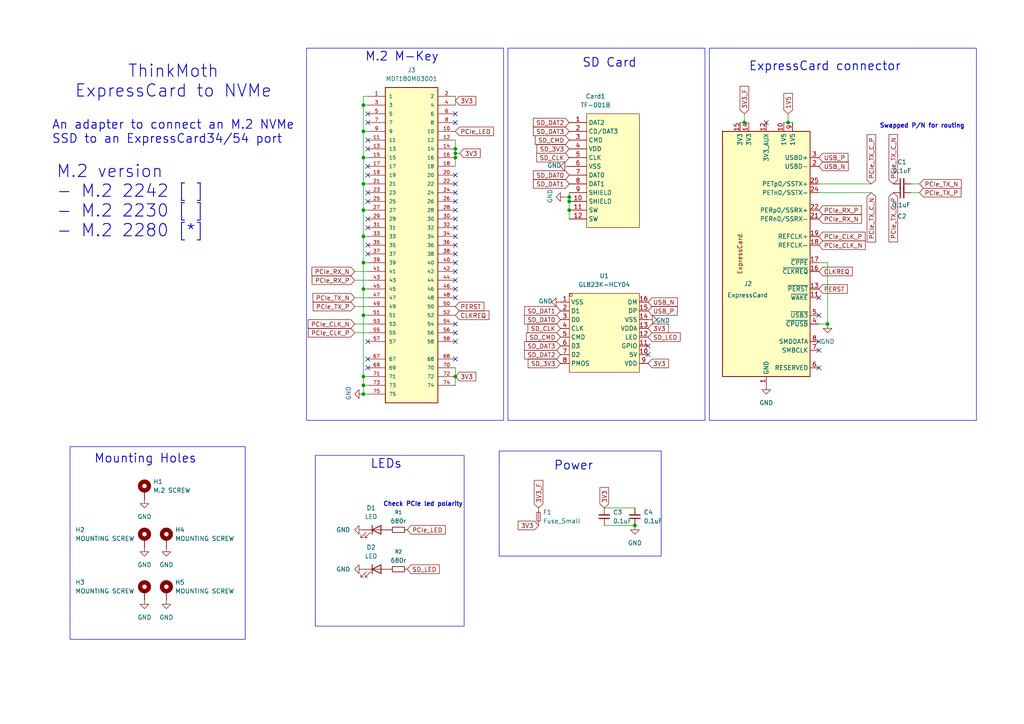
<source format=kicad_sch>
(kicad_sch (version 20250114) (generator "eeschema") (generator_version "9.0")
  (paper "A4")
  (title_block (title "ThinkMoth M.2 2242") (rev "V1.0") (company "Mothtek"))
  (lib_symbols
    (symbol "Connector:ExpressCard"
      (property "Reference" "J" (at 11.43 36.83 0))
      (property "Value" "ExpressCard" (at 7.62 -36.83 0))
      (symbol "ExpressCard_0_0"
        (text "ExpressCard" (at -7.62 0 900) (effects (font (size 1.27 1.27))))
      )
      (symbol "ExpressCard_0_1"
        (rectangle (start -12.7 35.56) (end 12.7 -35.56) (stroke (width 0.254)) (fill (type background)))
      )
      (symbol "ExpressCard_1_1"
        (pin power_out line (at -7.62 38.1 270) (length 2.54) (name "3V3") (number "15"))
        (pin power_out line (at -5.08 38.1 270) (length 2.54) (name "3V3") (number "14"))
        (pin power_out line (at 0 38.1 270) (length 2.54) (name "3V3_AUX") (number "12"))
        (pin power_out line (at 0 -38.1 90) (length 2.54) (name "GND") (number "1"))
        (pin passive line (at 0 -38.1 90) (length 2.54) (hide yes) (name "GND") (number "20"))
        (pin passive line (at 0 -38.1 90) (length 2.54) (hide yes) (name "GND") (number "23"))
        (pin passive line (at 0 -38.1 90) (length 2.54) (hide yes) (name "GND") (number "26"))
        (pin power_out line (at 5.08 38.1 270) (length 2.54) (name "1V5") (number "10"))
        (pin power_out line (at 7.62 38.1 270) (length 2.54) (name "1V5") (number "9"))
        (pin bidirectional line (at 15.24 27.94 180) (length 2.54) (name "USBD+") (number "3"))
        (pin bidirectional line (at 15.24 25.4 180) (length 2.54) (name "USBD-") (number "2"))
        (pin output line (at 15.24 20.32 180) (length 2.54) (name "PETp0/SSTX+") (number "25"))
        (pin output line (at 15.24 17.78 180) (length 2.54) (name "PETn0/SSTX-") (number "24"))
        (pin input line (at 15.24 12.7 180) (length 2.54) (name "PERp0/SSRX+") (number "22"))
        (pin input line (at 15.24 10.16 180) (length 2.54) (name "PERn0/SSRX-") (number "21"))
        (pin output line (at 15.24 5.08 180) (length 2.54) (name "REFCLK+") (number "19"))
        (pin output line (at 15.24 2.54 180) (length 2.54) (name "REFCLK-") (number "18"))
        (pin input line (at 15.24 -2.54 180) (length 2.54) (name "~{CPPE}") (number "17"))
        (pin input line (at 15.24 -5.08 180) (length 2.54) (name "~{CLKREQ}") (number "16"))
        (pin output line (at 15.24 -10.16 180) (length 2.54) (name "~{PERST}") (number "13"))
        (pin input line (at 15.24 -12.7 180) (length 2.54) (name "~{WAKE}") (number "11"))
        (pin bidirectional line (at 15.24 -17.78 180) (length 2.54) (name "~{USB3}") (number "5"))
        (pin input line (at 15.24 -20.32 180) (length 2.54) (name "~{CPUSB}") (number "4"))
        (pin bidirectional line (at 15.24 -25.4 180) (length 2.54) (name "SMDDATA") (number "8"))
        (pin output line (at 15.24 -27.94 180) (length 2.54) (name "SMBCLK") (number "7"))
        (pin passive line (at 15.24 -33.02 180) (length 2.54) (name "RESERVED") (number "6"))
      )
    )
    (symbol "Device:C_Small" (pin_numbers (hide yes)) (pin_names (offset 0.254) (hide yes))
      (property "Reference" "C" (at 0.254 1.778 0))
      (property "Value" "C_Small" (at 0.254 -2.032 0))
      (symbol "C_Small_0_1"
        (polyline (pts (xy -1.524 0.508) (xy 1.524 0.508)) (stroke (width 0.3048)))
        (polyline (pts (xy -1.524 -0.508) (xy 1.524 -0.508)) (stroke (width 0.3302)))
      )
      (symbol "C_Small_1_1"
        (pin passive line (at 0 2.54 270) (length 2.032) (name "~") (number "1"))
        (pin passive line (at 0 -2.54 90) (length 2.032) (name "~") (number "2"))
      )
    )
    (symbol "Device:Fuse_Small" (pin_numbers (hide yes)) (pin_names (offset 0.254) (hide yes))
      (property "Reference" "F" (at 0 -1.524 0))
      (property "Value" "Fuse_Small" (at 0 1.524 0))
      (symbol "Fuse_Small_0_1"
        (rectangle (start -1.27 0.508) (end 1.27 -0.508))
        (polyline (pts (xy -1.27 0) (xy 1.27 0)))
      )
      (symbol "Fuse_Small_1_1"
        (pin passive line (at -2.54 0 0) (length 1.27) (name "~") (number "1"))
        (pin passive line (at 2.54 0 180) (length 1.27) (name "~") (number "2"))
      )
    )
    (symbol "Device:LED" (pin_numbers (hide yes)) (pin_names (offset 1.016) (hide yes))
      (property "Reference" "D" (at 0 2.54 0))
      (property "Value" "LED" (at 0 -2.54 0))
      (symbol "LED_0_1"
        (polyline (pts (xy -3.048 -0.762) (xy -4.572 -2.286) (xy -3.81 -2.286) (xy -4.572 -2.286) (xy -4.572 -1.524)))
        (polyline (pts (xy -1.778 -0.762) (xy -3.302 -2.286) (xy -2.54 -2.286) (xy -3.302 -2.286) (xy -3.302 -1.524)))
        (polyline (pts (xy -1.27 0) (xy 1.27 0)))
        (polyline (pts (xy -1.27 -1.27) (xy -1.27 1.27)) (stroke (width 0.254)))
        (polyline (pts (xy 1.27 -1.27) (xy 1.27 1.27) (xy -1.27 0) (xy 1.27 -1.27)) (stroke (width 0.254)))
      )
      (symbol "LED_1_1"
        (pin passive line (at -3.81 0 0) (length 2.54) (name "K") (number "1"))
        (pin passive line (at 3.81 0 180) (length 2.54) (name "A") (number "2"))
      )
    )
    (symbol "Device:R_Small" (pin_numbers (hide yes)) (pin_names (offset 0.254) (hide yes))
      (property "Reference" "R" (at 0 0 90))
      (property "Value" "R_Small" (at 1.778 0 90))
      (symbol "R_Small_0_1"
        (rectangle (start -0.762 1.778) (end 0.762 -1.778) (stroke (width 0.2032)))
      )
      (symbol "R_Small_1_1"
        (pin passive line (at 0 2.54 270) (length 0.762) (name "~") (number "1"))
        (pin passive line (at 0 -2.54 90) (length 0.762) (name "~") (number "2"))
      )
    )
    (symbol "GL823K-HCY04:GL823K-HCY04"
      (property "Reference" "U" (at 0 13.97 0))
      (property "Value" "GL823K-HCY04" (at 0 -13.97 0))
      (symbol "GL823K-HCY04_0_1"
        (rectangle (start -10.16 11.43) (end 10.16 -11.43) (fill (type background)))
        (circle (center -9.65 10.92) (radius 0.38))
        (pin unspecified line (at -12.7 8.89 0) (length 2.54) (name "VSS") (number "1"))
        (pin unspecified line (at -12.7 6.35 0) (length 2.54) (name "D1") (number "2"))
        (pin unspecified line (at -12.7 3.81 0) (length 2.54) (name "D0") (number "3"))
        (pin unspecified line (at -12.7 1.27 0) (length 2.54) (name "CLK") (number "4"))
        (pin unspecified line (at -12.7 -1.27 0) (length 2.54) (name "CMD") (number "5"))
        (pin unspecified line (at -12.7 -3.81 0) (length 2.54) (name "D3") (number "6"))
        (pin unspecified line (at -12.7 -6.35 0) (length 2.54) (name "D2") (number "7"))
        (pin unspecified line (at -12.7 -8.89 0) (length 2.54) (name "PMOS") (number "8"))
        (pin unspecified line (at 12.7 8.89 180) (length 2.54) (name "DM") (number "16"))
        (pin unspecified line (at 12.7 6.35 180) (length 2.54) (name "DP") (number "15"))
        (pin unspecified line (at 12.7 3.81 180) (length 2.54) (name "VSS") (number "14"))
        (pin unspecified line (at 12.7 1.27 180) (length 2.54) (name "VDDA") (number "13"))
        (pin unspecified line (at 12.7 -1.27 180) (length 2.54) (name "LED") (number "12"))
        (pin unspecified line (at 12.7 -3.81 180) (length 2.54) (name "GPIO") (number "11"))
        (pin unspecified line (at 12.7 -6.35 180) (length 2.54) (name "5V") (number "10"))
        (pin unspecified line (at 12.7 -8.89 180) (length 2.54) (name "VDD") (number "9"))
      )
    )
    (symbol "MDT180M03001:MDT180M03001" (pin_names (offset 1.016))
      (property "Reference" "J" (at -7.62 46.482 0))
      (property "Value" "MDT180M03001" (at -7.62 -48.26 0))
      (symbol "MDT180M03001_0_0"
        (rectangle (start -7.62 -45.72) (end 7.62 45.72) (stroke (width 0.254)) (fill (type background)))
        (pin passive line (at -12.7 43.18 0) (length 5.08) (name "1") (number "1"))
        (pin passive line (at -12.7 40.64 0) (length 5.08) (name "3") (number "3"))
        (pin passive line (at -12.7 38.1 0) (length 5.08) (name "5") (number "5"))
        (pin passive line (at -12.7 35.56 0) (length 5.08) (name "7") (number "7"))
        (pin passive line (at -12.7 33.02 0) (length 5.08) (name "9") (number "9"))
        (pin passive line (at -12.7 30.48 0) (length 5.08) (name "11") (number "11"))
        (pin passive line (at -12.7 27.94 0) (length 5.08) (name "13") (number "13"))
        (pin passive line (at -12.7 25.4 0) (length 5.08) (name "15") (number "15"))
        (pin passive line (at -12.7 22.86 0) (length 5.08) (name "17") (number "17"))
        (pin passive line (at -12.7 20.32 0) (length 5.08) (name "19") (number "19"))
        (pin passive line (at -12.7 17.78 0) (length 5.08) (name "21") (number "21"))
        (pin passive line (at -12.7 15.24 0) (length 5.08) (name "23") (number "23"))
        (pin passive line (at -12.7 12.7 0) (length 5.08) (name "25") (number "25"))
        (pin passive line (at -12.7 10.16 0) (length 5.08) (name "27") (number "27"))
        (pin passive line (at -12.7 7.62 0) (length 5.08) (name "29") (number "29"))
        (pin passive line (at -12.7 5.08 0) (length 5.08) (name "31") (number "31"))
        (pin passive line (at -12.7 2.54 0) (length 5.08) (name "33") (number "33"))
        (pin passive line (at -12.7 0 0) (length 5.08) (name "35") (number "35"))
        (pin passive line (at -12.7 -2.54 0) (length 5.08) (name "37") (number "37"))
        (pin passive line (at -12.7 -5.08 0) (length 5.08) (name "39") (number "39"))
        (pin passive line (at -12.7 -7.62 0) (length 5.08) (name "41") (number "41"))
        (pin passive line (at -12.7 -10.16 0) (length 5.08) (name "43") (number "43"))
        (pin passive line (at -12.7 -12.7 0) (length 5.08) (name "45") (number "45"))
        (pin passive line (at -12.7 -15.24 0) (length 5.08) (name "47") (number "47"))
        (pin passive line (at -12.7 -17.78 0) (length 5.08) (name "49") (number "49"))
        (pin passive line (at -12.7 -20.32 0) (length 5.08) (name "51") (number "51"))
        (pin passive line (at -12.7 -22.86 0) (length 5.08) (name "53") (number "53"))
        (pin passive line (at -12.7 -25.4 0) (length 5.08) (name "55") (number "55"))
        (pin passive line (at -12.7 -27.94 0) (length 5.08) (name "57") (number "57"))
        (pin passive line (at -12.7 -33.02 0) (length 5.08) (name "67") (number "67"))
        (pin passive line (at -12.7 -35.56 0) (length 5.08) (name "69") (number "69"))
        (pin passive line (at -12.7 -38.1 0) (length 5.08) (name "71") (number "71"))
        (pin passive line (at -12.7 -40.64 0) (length 5.08) (name "73") (number "73"))
        (pin passive line (at -12.7 -43.18 0) (length 5.08) (name "75") (number "75"))
        (pin passive line (at 12.7 43.18 180) (length 5.08) (name "2") (number "2"))
        (pin passive line (at 12.7 40.64 180) (length 5.08) (name "4") (number "4"))
        (pin passive line (at 12.7 38.1 180) (length 5.08) (name "6") (number "6"))
        (pin passive line (at 12.7 35.56 180) (length 5.08) (name "8") (number "8"))
        (pin passive line (at 12.7 33.02 180) (length 5.08) (name "10") (number "10"))
        (pin passive line (at 12.7 30.48 180) (length 5.08) (name "12") (number "12"))
        (pin passive line (at 12.7 27.94 180) (length 5.08) (name "14") (number "14"))
        (pin passive line (at 12.7 25.4 180) (length 5.08) (name "16") (number "16"))
        (pin passive line (at 12.7 22.86 180) (length 5.08) (name "18") (number "18"))
        (pin passive line (at 12.7 20.32 180) (length 5.08) (name "20") (number "20"))
        (pin passive line (at 12.7 17.78 180) (length 5.08) (name "22") (number "22"))
        (pin passive line (at 12.7 15.24 180) (length 5.08) (name "24") (number "24"))
        (pin passive line (at 12.7 12.7 180) (length 5.08) (name "26") (number "26"))
        (pin passive line (at 12.7 10.16 180) (length 5.08) (name "28") (number "28"))
        (pin passive line (at 12.7 7.62 180) (length 5.08) (name "30") (number "30"))
        (pin passive line (at 12.7 5.08 180) (length 5.08) (name "32") (number "32"))
        (pin passive line (at 12.7 2.54 180) (length 5.08) (name "34") (number "34"))
        (pin passive line (at 12.7 0 180) (length 5.08) (name "36") (number "36"))
        (pin passive line (at 12.7 -2.54 180) (length 5.08) (name "38") (number "38"))
        (pin passive line (at 12.7 -5.08 180) (length 5.08) (name "40") (number "40"))
        (pin passive line (at 12.7 -7.62 180) (length 5.08) (name "42") (number "42"))
        (pin passive line (at 12.7 -10.16 180) (length 5.08) (name "44") (number "44"))
        (pin passive line (at 12.7 -12.7 180) (length 5.08) (name "46") (number "46"))
        (pin passive line (at 12.7 -15.24 180) (length 5.08) (name "48") (number "48"))
        (pin passive line (at 12.7 -17.78 180) (length 5.08) (name "50") (number "50"))
        (pin passive line (at 12.7 -20.32 180) (length 5.08) (name "52") (number "52"))
        (pin passive line (at 12.7 -22.86 180) (length 5.08) (name "54") (number "54"))
        (pin passive line (at 12.7 -25.4 180) (length 5.08) (name "56") (number "56"))
        (pin passive line (at 12.7 -27.94 180) (length 5.08) (name "58") (number "58"))
        (pin passive line (at 12.7 -33.02 180) (length 5.08) (name "68") (number "68"))
        (pin passive line (at 12.7 -35.56 180) (length 5.08) (name "70") (number "70"))
        (pin passive line (at 12.7 -38.1 180) (length 5.08) (name "72") (number "72"))
        (pin passive line (at 12.7 -40.64 180) (length 5.08) (name "74") (number "74"))
      )
    )
    (symbol "Mechanical:MountingHole_Pad" (pin_numbers (hide yes)) (pin_names (offset 1.016) (hide yes)) (in_bom no)
      (property "Reference" "H" (at 0 6.35 0))
      (property "Value" "MountingHole_Pad" (at 0 4.445 0))
      (symbol "MountingHole_Pad_0_1"
        (circle (center 0 1.27) (radius 1.27) (stroke (width 1.27)))
      )
      (symbol "MountingHole_Pad_1_1"
        (pin input line (at 0 -2.54 90) (length 2.54) (name "1") (number "1"))
      )
    )
    (symbol "SOFNG-TF-001B:TF-001B"
      (property "Reference" "Card1" (at -2.54 21.59 0))
      (property "Value" "TF-001B" (at -2.54 19.05 0))
      (symbol "TF-001B_0_1"
        (rectangle (start -5.08 16.51) (end 10.16 -16.51) (fill (type background)))
        (pin unspecified line (at -10.16 13.97 0) (length 5.08) (name "DAT2") (number "1"))
        (pin unspecified line (at -10.16 11.43 0) (length 5.08) (name "CD/DAT3") (number "2"))
        (pin unspecified line (at -10.16 8.89 0) (length 5.08) (name "CMD") (number "3"))
        (pin unspecified line (at -10.16 6.35 0) (length 5.08) (name "VDD") (number "4"))
        (pin unspecified line (at -10.16 3.81 0) (length 5.08) (name "CLK") (number "5"))
        (pin unspecified line (at -10.16 1.27 0) (length 5.08) (name "VSS") (number "6"))
        (pin unspecified line (at -10.16 -1.27 0) (length 5.08) (name "DAT0") (number "7"))
        (pin unspecified line (at -10.16 -3.81 0) (length 5.08) (name "DAT1") (number "8"))
        (pin unspecified line (at -10.16 -6.35 0) (length 5.08) (name "SHIELD") (number "9"))
        (pin unspecified line (at -10.16 -8.89 0) (length 5.08) (name "SHIELD") (number "10"))
        (pin unspecified line (at -10.16 -11.43 0) (length 5.08) (name "SW") (number "11"))
        (pin unspecified line (at -10.16 -13.97 0) (length 5.08) (name "SW") (number "12"))
      )
    )
    (symbol "power:GND" (power) (pin_numbers (hide yes)) (pin_names (offset 0) (hide yes))
      (property "Value" "GND" (at 0 -3.81 0))
      (symbol "GND_0_1"
        (polyline (pts (xy 0 0) (xy 0 -1.27) (xy 1.27 -1.27) (xy 0 -2.54) (xy -1.27 -1.27) (xy 0 -1.27)))
      )
      (symbol "GND_1_1"
        (pin power_in line (at 0 0 270) (length 0) (name "~") (number "1"))
      )
    )
  )
  (rectangle (start 147.32 13.97) (end 204.47 121.92))
  (rectangle (start 205.74 13.97) (end 283.21 121.92))
  (rectangle (start 20.32 129.54) (end 71.12 185.42))
  (rectangle (start 144.78 130.81) (end 191.77 161.29))
  (rectangle (start 88.9 13.97) (end 146.05 121.92))
  (rectangle (start 91.44 132.08) (end 134.62 181.61))
  (text "ThinkMoth\nExpressCard to NVMe\n" (at 50.292 23.622 0) (effects (font (size 3.556 3.556) (thickness 0.254) (bold yes))))
  (text "Mounting Holes" (at 42.164 133.096 0) (effects (font (size 2.54 2.54) (thickness 0.254) (bold yes))))
  (text "Power" (at 166.37 135.128 0) (effects (font (size 2.54 2.54) (thickness 0.254) (bold yes))))
  (text "Check PCIe led polarity" (at 122.682 146.304 0) (effects (font (size 1.27 1.27) (thickness 0.254) (bold yes))))
  (text "M.2 M-Key" (at 116.586 16.51 0) (effects (font (size 2.54 2.54) (thickness 0.254) (bold yes))))
  (text "Swapped P/N for routing" (at 267.462 36.576 0) (effects (font (size 1.27 1.27) (thickness 0.254) (bold yes))))
  (text "An adapter to connect an M.2 NVMe \nSSD to an ExpressCard34/54 port\n\n\n" (at 14.986 42.418 0) (effects (font (size 2.54 2.54) (thickness 0.254) (bold yes)) (justify left)))
  (text "LEDs" (at 112.014 134.62 0) (effects (font (size 2.54 2.54) (thickness 0.254) (bold yes))))
  (text "ExpressCard connector" (at 239.268 19.304 0) (effects (font (size 2.54 2.54) (thickness 0.254) (bold yes))))
  (text "M.2 version\n- M.2 2242 [ ]\n- M.2 2230 [ ]\n- M.2 2280 [*]\n" (at 16.256 58.42 0) (effects (font (size 3.556 3.556) (thickness 0.254) (bold yes)) (justify left)))
  (text "SD Card" (at 176.784 18.288 0) (effects (font (size 2.54 2.54) (thickness 0.254) (bold yes))))
  (junction (at 105.41 114.3))
  (junction (at 105.41 111.76))
  (junction (at 105.41 45.72))
  (junction (at 105.41 68.58))
  (junction (at 105.41 83.82))
  (junction (at 240.03 93.98))
  (junction (at 165.1 57.15))
  (junction (at 165.1 60.96))
  (junction (at 132.08 109.22))
  (junction (at 132.08 43.18))
  (junction (at 165.1 58.42))
  (junction (at 105.41 30.48))
  (junction (at 215.9 35.56))
  (junction (at 105.41 60.96))
  (junction (at 105.41 53.34))
  (junction (at 228.6 35.56))
  (junction (at 184.15 152.4))
  (junction (at 105.41 76.2))
  (junction (at 105.41 91.44))
  (junction (at 105.41 38.1))
  (junction (at 132.08 45.72))
  (junction (at 132.08 44.45))
  (junction (at 105.41 109.22))
  (no_connect (at 132.08 76.2))
  (no_connect (at 106.68 33.02))
  (no_connect (at 237.49 91.44))
  (no_connect (at 132.08 71.12))
  (no_connect (at 222.25 35.56))
  (no_connect (at 106.68 55.88))
  (no_connect (at 237.49 101.6))
  (no_connect (at 132.08 83.82))
  (no_connect (at 106.68 48.26))
  (no_connect (at 132.08 35.56))
  (no_connect (at 106.68 99.06))
  (no_connect (at 106.68 73.66))
  (no_connect (at 132.08 58.42))
  (no_connect (at 132.08 66.04))
  (no_connect (at 132.08 93.98))
  (no_connect (at 132.08 55.88))
  (no_connect (at 132.08 68.58))
  (no_connect (at 132.08 63.5))
  (no_connect (at 237.49 86.36))
  (no_connect (at 132.08 73.66))
  (no_connect (at 132.08 50.8))
  (no_connect (at 237.49 106.68))
  (no_connect (at 132.08 78.74))
  (no_connect (at 132.08 86.36))
  (no_connect (at 187.96 102.87))
  (no_connect (at 187.96 100.33))
  (no_connect (at 132.08 33.02))
  (no_connect (at 106.68 106.68))
  (no_connect (at 132.08 104.14))
  (no_connect (at 132.08 99.06))
  (no_connect (at 106.68 66.04))
  (no_connect (at 106.68 50.8))
  (no_connect (at 132.08 96.52))
  (no_connect (at 106.68 71.12))
  (no_connect (at 106.68 40.64))
  (no_connect (at 106.68 63.5))
  (no_connect (at 106.68 104.14))
  (no_connect (at 237.49 99.06))
  (no_connect (at 132.08 53.34))
  (no_connect (at 106.68 35.56))
  (no_connect (at 132.08 60.96))
  (no_connect (at 132.08 81.28))
  (no_connect (at 106.68 43.18))
  (no_connect (at 106.68 58.42))
  (wire (pts (xy 266.7 53.34) (xy 264.16 53.34)))
  (wire (pts (xy 132.08 43.18) (xy 132.08 44.45)))
  (wire (pts (xy 105.41 38.1) (xy 105.41 30.48)))
  (wire (pts (xy 105.41 68.58) (xy 106.68 68.58)))
  (wire (pts (xy 105.41 91.44) (xy 105.41 83.82)))
  (wire (pts (xy 105.41 109.22) (xy 106.68 109.22)))
  (wire (pts (xy 165.1 58.42) (xy 165.1 60.96)))
  (wire (pts (xy 175.26 152.4) (xy 184.15 152.4)))
  (wire (pts (xy 132.08 109.22) (xy 132.08 111.76)))
  (wire (pts (xy 105.41 60.96) (xy 105.41 53.34)))
  (wire (pts (xy 214.63 35.56) (xy 215.9 35.56)))
  (wire (pts (xy 132.08 44.45) (xy 132.08 45.72)))
  (wire (pts (xy 105.41 83.82) (xy 106.68 83.82)))
  (wire (pts (xy 175.26 147.32) (xy 184.15 147.32)))
  (wire (pts (xy 105.41 45.72) (xy 106.68 45.72)))
  (wire (pts (xy 163.83 57.15) (xy 165.1 57.15)))
  (wire (pts (xy 132.08 45.72) (xy 132.08 48.26)))
  (wire (pts (xy 105.41 30.48) (xy 105.41 27.94)))
  (wire (pts (xy 132.08 40.64) (xy 132.08 43.18)))
  (wire (pts (xy 132.08 27.94) (xy 132.08 30.48)))
  (wire (pts (xy 105.41 76.2) (xy 105.41 68.58)))
  (wire (pts (xy 228.6 35.56) (xy 228.6 33.02)))
  (wire (pts (xy 105.41 76.2) (xy 106.68 76.2)))
  (wire (pts (xy 165.1 60.96) (xy 165.1 63.5)))
  (wire (pts (xy 105.41 30.48) (xy 106.68 30.48)))
  (wire (pts (xy 165.1 55.88) (xy 165.1 57.15)))
  (wire (pts (xy 266.7 55.88) (xy 264.16 55.88)))
  (wire (pts (xy 105.41 27.94) (xy 106.68 27.94)))
  (wire (pts (xy 132.08 44.45) (xy 133.35 44.45)))
  (wire (pts (xy 102.87 93.98) (xy 106.68 93.98)))
  (wire (pts (xy 132.08 106.68) (xy 132.08 109.22)))
  (wire (pts (xy 105.41 68.58) (xy 105.41 60.96)))
  (wire (pts (xy 165.1 57.15) (xy 165.1 58.42)))
  (wire (pts (xy 105.41 109.22) (xy 105.41 91.44)))
  (wire (pts (xy 105.41 83.82) (xy 105.41 76.2)))
  (wire (pts (xy 102.87 81.28) (xy 106.68 81.28)))
  (wire (pts (xy 105.41 91.44) (xy 106.68 91.44)))
  (wire (pts (xy 105.41 53.34) (xy 106.68 53.34)))
  (wire (pts (xy 105.41 60.96) (xy 106.68 60.96)))
  (wire (pts (xy 105.41 53.34) (xy 105.41 45.72)))
  (wire (pts (xy 166.37 58.42) (xy 165.1 58.42)))
  (wire (pts (xy 215.9 33.02) (xy 215.9 35.56)))
  (wire (pts (xy 105.41 38.1) (xy 106.68 38.1)))
  (wire (pts (xy 240.03 76.2) (xy 240.03 93.98)))
  (wire (pts (xy 106.68 114.3) (xy 105.41 114.3)))
  (wire (pts (xy 240.03 93.98) (xy 237.49 93.98)))
  (wire (pts (xy 105.41 114.3) (xy 105.41 111.76)))
  (wire (pts (xy 105.41 111.76) (xy 105.41 109.22)))
  (wire (pts (xy 102.87 86.36) (xy 106.68 86.36)))
  (wire (pts (xy 237.49 76.2) (xy 240.03 76.2)))
  (wire (pts (xy 237.49 53.34) (xy 252.73 53.34)))
  (wire (pts (xy 227.33 35.56) (xy 228.6 35.56)))
  (wire (pts (xy 237.49 55.88) (xy 252.73 55.88)))
  (wire (pts (xy 102.87 78.74) (xy 106.68 78.74)))
  (wire (pts (xy 105.41 45.72) (xy 105.41 38.1)))
  (wire (pts (xy 102.87 88.9) (xy 106.68 88.9)))
  (wire (pts (xy 228.6 35.56) (xy 229.87 35.56)))
  (wire (pts (xy 215.9 35.56) (xy 217.17 35.56)))
  (wire (pts (xy 102.87 96.52) (xy 106.68 96.52)))
  (wire (pts (xy 105.41 111.76) (xy 106.68 111.76)))
  (global_label "PCIe_TX_C_N" (shape input) (at 259.08 53.34 90) (property "Intersheetrefs" "${INTERSHEET_REFS}" (effects (hide yes))))
  (global_label "PCIe_TX_N" (shape input) (at 102.87 86.36 180) (property "Intersheetrefs" "${INTERSHEET_REFS}" (effects (hide yes))))
  (global_label "SD_CMD" (shape input) (at 165.1 40.64 180) (property "Intersheetrefs" "${INTERSHEET_REFS}" (effects (hide yes))))
  (global_label "PCIe_RX_P" (shape input) (at 237.49 60.96 0) (property "Intersheetrefs" "${INTERSHEET_REFS}" (effects (hide yes))))
  (global_label "SD_LED" (shape input) (at 187.96 97.79 0) (property "Intersheetrefs" "${INTERSHEET_REFS}" (effects (hide yes))))
  (global_label "PCIe_LED" (shape input) (at 118.11 153.67 0) (property "Intersheetrefs" "${INTERSHEET_REFS}" (effects (hide yes))))
  (global_label "PCIe_CLK_P" (shape input) (at 102.87 96.52 180) (property "Intersheetrefs" "${INTERSHEET_REFS}" (effects (hide yes))))
  (global_label "PCIe_TX_P" (shape input) (at 266.7 55.88 0) (property "Intersheetrefs" "${INTERSHEET_REFS}" (effects (hide yes))))
  (global_label "SD_DAT3" (shape input) (at 162.56 100.33 180) (property "Intersheetrefs" "${INTERSHEET_REFS}" (effects (hide yes))))
  (global_label "3V3" (shape input) (at 132.08 29.21 0) (property "Intersheetrefs" "${INTERSHEET_REFS}" (effects (hide yes))))
  (global_label "SD_DAT1" (shape input) (at 162.56 90.17 180) (property "Intersheetrefs" "${INTERSHEET_REFS}" (effects (hide yes))))
  (global_label "PCIe_RX_N" (shape input) (at 102.87 78.74 180) (property "Intersheetrefs" "${INTERSHEET_REFS}" (effects (hide yes))))
  (global_label "SD_CLK" (shape input) (at 162.56 95.25 180) (property "Intersheetrefs" "${INTERSHEET_REFS}" (effects (hide yes))))
  (global_label "3V3_F" (shape input) (at 215.9 33.02 90) (property "Intersheetrefs" "${INTERSHEET_REFS}" (effects (hide yes))))
  (global_label "3V3" (shape input) (at 156.21 152.4 180) (property "Intersheetrefs" "${INTERSHEET_REFS}" (effects (hide yes))))
  (global_label "PCIe_TX_P" (shape input) (at 102.87 88.9 180) (property "Intersheetrefs" "${INTERSHEET_REFS}" (effects (hide yes))))
  (global_label "PCIe_CLK_P" (shape input) (at 237.49 68.58 0) (property "Intersheetrefs" "${INTERSHEET_REFS}" (effects (hide yes))))
  (global_label "SD_CLK" (shape input) (at 165.1 45.72 180) (property "Intersheetrefs" "${INTERSHEET_REFS}" (effects (hide yes))))
  (global_label "SD_3V3" (shape input) (at 165.1 43.18 180) (property "Intersheetrefs" "${INTERSHEET_REFS}" (effects (hide yes))))
  (global_label "3V3" (shape input) (at 133.35 44.45 0) (property "Intersheetrefs" "${INTERSHEET_REFS}" (effects (hide yes))))
  (global_label "3V3" (shape input) (at 187.96 105.41 0) (property "Intersheetrefs" "${INTERSHEET_REFS}" (effects (hide yes))))
  (global_label "SD_DAT0" (shape input) (at 165.1 50.8 180) (property "Intersheetrefs" "${INTERSHEET_REFS}" (effects (hide yes))))
  (global_label "USB_N" (shape input) (at 187.96 87.63 0) (property "Intersheetrefs" "${INTERSHEET_REFS}" (effects (hide yes))))
  (global_label "PERST" (shape input) (at 237.49 83.82 0) (property "Intersheetrefs" "${INTERSHEET_REFS}" (effects (hide yes))))
  (global_label "PERST" (shape input) (at 132.08 88.9 0) (property "Intersheetrefs" "${INTERSHEET_REFS}" (effects (hide yes))))
  (global_label "PCIe_TX_C_P" (shape input) (at 252.73 53.34 90) (property "Intersheetrefs" "${INTERSHEET_REFS}" (effects (hide yes))))
  (global_label "SD_LED" (shape input) (at 118.11 165.1 0) (property "Intersheetrefs" "${INTERSHEET_REFS}" (effects (hide yes))))
  (global_label "PCIe_RX_P" (shape input) (at 102.87 81.28 180) (property "Intersheetrefs" "${INTERSHEET_REFS}" (effects (hide yes))))
  (global_label "3V3_F" (shape input) (at 156.21 147.32 90) (property "Intersheetrefs" "${INTERSHEET_REFS}" (effects (hide yes))))
  (global_label "USB_P" (shape input) (at 187.96 90.17 0) (property "Intersheetrefs" "${INTERSHEET_REFS}" (effects (hide yes))))
  (global_label "PCIe_RX_N" (shape input) (at 237.49 63.5 0) (property "Intersheetrefs" "${INTERSHEET_REFS}" (effects (hide yes))))
  (global_label "1V5" (shape input) (at 228.6 33.02 90) (property "Intersheetrefs" "${INTERSHEET_REFS}" (effects (hide yes))))
  (global_label "PCIe_TX_C_P" (shape input) (at 259.08 55.88 270) (property "Intersheetrefs" "${INTERSHEET_REFS}" (effects (hide yes))))
  (global_label "SD_DAT0" (shape input) (at 162.56 92.71 180) (property "Intersheetrefs" "${INTERSHEET_REFS}" (effects (hide yes))))
  (global_label "PCIe_CLK_N" (shape input) (at 102.87 93.98 180) (property "Intersheetrefs" "${INTERSHEET_REFS}" (effects (hide yes))))
  (global_label "PCIe_TX_C_N" (shape input) (at 252.73 55.88 270) (property "Intersheetrefs" "${INTERSHEET_REFS}" (effects (hide yes))))
  (global_label "SD_DAT3" (shape input) (at 165.1 38.1 180) (property "Intersheetrefs" "${INTERSHEET_REFS}" (effects (hide yes))))
  (global_label "SD_DAT1" (shape input) (at 165.1 53.34 180) (property "Intersheetrefs" "${INTERSHEET_REFS}" (effects (hide yes))))
  (global_label "PCIe_LED" (shape input) (at 132.08 38.1 0) (property "Intersheetrefs" "${INTERSHEET_REFS}" (effects (hide yes))))
  (global_label "SD_CMD" (shape input) (at 162.56 97.79 180) (property "Intersheetrefs" "${INTERSHEET_REFS}" (effects (hide yes))))
  (global_label "SD_DAT2" (shape input) (at 162.56 102.87 180) (property "Intersheetrefs" "${INTERSHEET_REFS}" (effects (hide yes))))
  (global_label "3V3" (shape input) (at 175.26 147.32 90) (property "Intersheetrefs" "${INTERSHEET_REFS}" (effects (hide yes))))
  (global_label "PCIe_CLK_N" (shape input) (at 237.49 71.12 0) (property "Intersheetrefs" "${INTERSHEET_REFS}" (effects (hide yes))))
  (global_label "CLKREQ" (shape input) (at 132.08 91.44 0) (property "Intersheetrefs" "${INTERSHEET_REFS}" (effects (hide yes))))
  (global_label "3V3" (shape input) (at 132.08 109.22 0) (property "Intersheetrefs" "${INTERSHEET_REFS}" (effects (hide yes))))
  (global_label "SD_DAT2" (shape input) (at 165.1 35.56 180) (property "Intersheetrefs" "${INTERSHEET_REFS}" (effects (hide yes))))
  (global_label "3V3" (shape input) (at 187.96 95.25 0) (property "Intersheetrefs" "${INTERSHEET_REFS}" (effects (hide yes))))
  (global_label "PCIe_TX_N" (shape input) (at 266.7 53.34 0) (property "Intersheetrefs" "${INTERSHEET_REFS}" (effects (hide yes))))
  (global_label "CLKREQ" (shape input) (at 237.49 78.74 0) (property "Intersheetrefs" "${INTERSHEET_REFS}" (effects (hide yes))))
  (global_label "USB_N" (shape input) (at 237.49 48.26 0) (property "Intersheetrefs" "${INTERSHEET_REFS}" (effects (hide yes))))
  (global_label "USB_P" (shape input) (at 237.49 45.72 0) (property "Intersheetrefs" "${INTERSHEET_REFS}" (effects (hide yes))))
  (global_label "SD_3V3" (shape input) (at 162.56 105.41 180) (property "Intersheetrefs" "${INTERSHEET_REFS}" (effects (hide yes))))
  (symbol (lib_id "Device:R_Small") (at 115.57 165.1 90) (unit 1)
    (property "Reference" "R2" (at 115.57 160.02 90) (effects (font (size 1.016 1.016))))
    (property "Value" "680r" (at 115.57 162.56 90))
    (property "Footprint" "Resistor_SMD:R_0402_1005Metric" (effects (hide yes)))
    (property "Description" "Resistor, small symbol" (effects (hide yes)))
  )
  (symbol (lib_id "Device:Fuse_Small") (at 156.21 149.86 90) (unit 1)
    (property "Reference" "F1" (at 157.48 148.5899 90) (effects (justify right)))
    (property "Value" "Fuse_Small" (at 157.48 151.1299 90) (effects (justify right)))
    (property "Footprint" "Fuse:Fuse_0805_2012Metric" (effects (hide yes)))
    (property "Description" "Fuse, small symbol" (effects (hide yes)))
  )
  (symbol (lib_id "power:GND") (at 163.83 57.15 270) (unit 1)
    (property "Reference" "#PWR09" (effects (hide yes)))
    (property "Value" "GND" (at 159.512 56.896 0))
    (property "Description" "Power symbol creates a global label with name \"GND\" , ground" (effects (hide yes)))
  )
  (symbol (lib_id "power:GND") (at 48.26 158.75 0) (mirror y) (unit 1)
    (property "Reference" "#PWR016" (effects (hide yes)))
    (property "Value" "GND" (at 48.26 163.83 0))
    (property "Description" "Power symbol creates a global label with name \"GND\" , ground" (effects (hide yes)))
  )
  (symbol (lib_id "Connector:ExpressCard") (at 222.25 73.66 0) (unit 1)
    (property "Reference" "J2" (at 218.186 82.296 0) (effects (justify right)))
    (property "Value" "ExpressCard" (at 222.758 85.598 0) (effects (justify right)))
    (property "Footprint" "thinkmoth:ExpressCard_Plug" (effects (hide yes)))
    (property "Datasheet" "https://web.archive.org/web/20180809060653/http://www.usb.org/developers/expresscard/EC_specifications/ExpressCard_2_0_FINAL.pdf" (effects (hide yes)))
    (property "Description" "ExpressCard connector" (effects (hide yes)))
  )
  (symbol (lib_id "Mechanical:MountingHole_Pad") (at 41.91 171.45 0) (unit 1) (in_bom no)
    (property "Reference" "H3" (at 21.844 168.91 0) (effects (justify left)))
    (property "Value" "MOUNTING SCREW" (at 21.844 171.45 0) (effects (justify left)))
    (property "Footprint" "MountingHole_2.2mm_M2" (effects (hide yes)))
    (property "Description" "Mounting Hole with connection" (effects (hide yes)))
  )
  (symbol (lib_id "Device:C_Small") (at 184.15 149.86 180) (unit 1)
    (property "Reference" "C4" (at 186.69 148.5835 0) (effects (justify right)))
    (property "Value" "0.1uF" (at 186.69 151.1235 0) (effects (justify right)))
    (property "Footprint" "Capacitor_SMD:C_0402_1005Metric" (effects (hide yes)))
    (property "Description" "Unpolarized capacitor, small symbol" (effects (hide yes)))
  )
  (symbol (lib_id "power:GND") (at 105.41 114.3 270) (unit 1)
    (property "Reference" "#PWR018" (effects (hide yes)))
    (property "Value" "GND" (at 101.092 114.046 0))
    (property "Description" "Power symbol creates a global label with name \"GND\" , ground" (effects (hide yes)))
  )
  (symbol (lib_id "Device:C_Small") (at 175.26 149.86 180) (unit 1)
    (property "Reference" "C3" (at 177.8 148.5835 0) (effects (justify right)))
    (property "Value" "0.1uF" (at 177.8 151.1235 0) (effects (justify right)))
    (property "Footprint" "Capacitor_SMD:C_0402_1005Metric" (effects (hide yes)))
    (property "Description" "Unpolarized capacitor, small symbol" (effects (hide yes)))
  )
  (symbol (lib_id "Mechanical:MountingHole_Pad") (at 41.91 142.24 0) (unit 1) (in_bom no)
    (property "Reference" "H1" (at 44.45 139.6999 0) (effects (justify left)))
    (property "Value" "M.2 SCREW" (at 44.45 142.2399 0) (effects (justify left)))
    (property "Footprint" "MountingHole:MountingHole_2.7mm_M2.5_DIN965_Pad" (effects (hide yes)))
    (property "Description" "Mounting Hole with connection" (effects (hide yes)))
  )
  (symbol (lib_id "power:GND") (at 162.56 87.63 270) (unit 1)
    (property "Reference" "#PWR05" (effects (hide yes)))
    (property "Value" "GND" (at 158.242 87.376 90))
    (property "Description" "Power symbol creates a global label with name \"GND\" , ground" (effects (hide yes)))
  )
  (symbol (lib_id "GL823K-HCY04:GL823K-HCY04") (at 175.26 96.52 0) (unit 1)
    (property "Reference" "U1" (at 175.26 80.01 0))
    (property "Value" "GL823K-HCY04" (at 175.26 82.55 0))
    (property "Footprint" "GL823K-HCY04:SSOP-16_L4.9-W3.9-P0.64-LS6.0-BL" (effects (hide yes)))
    (property "Datasheet" "https://lcsc.com/product-detail/Others_Genesys-Logic_GL823K-HCY04_Genesys-Logic-GL823K-HCY04_C284879.html" (effects (hide yes)))
    (property "LCSC Part" "C284879" (effects (hide yes)))
  )
  (symbol (lib_id "power:GND") (at 41.91 173.99 0) (mirror y) (unit 1)
    (property "Reference" "#PWR015" (effects (hide yes)))
    (property "Value" "GND" (at 41.91 179.07 0))
    (property "Description" "Power symbol creates a global label with name \"GND\" , ground" (effects (hide yes)))
  )
  (symbol (lib_id "Mechanical:MountingHole_Pad") (at 48.26 171.45 0) (unit 1) (in_bom no)
    (property "Reference" "H5" (at 50.8 168.9099 0) (effects (justify left)))
    (property "Value" "MOUNTING SCREW" (at 50.8 171.4499 0) (effects (justify left)))
    (property "Footprint" "MountingHole_2.2mm_M2" (effects (hide yes)))
    (property "Description" "Mounting Hole with connection" (effects (hide yes)))
  )
  (symbol (lib_id "power:GND") (at 48.26 173.99 0) (mirror y) (unit 1)
    (property "Reference" "#PWR017" (effects (hide yes)))
    (property "Value" "GND" (at 48.26 179.07 0))
    (property "Description" "Power symbol creates a global label with name \"GND\" , ground" (effects (hide yes)))
  )
  (symbol (lib_id "power:GND") (at 105.41 153.67 270) (mirror x) (unit 1)
    (property "Reference" "#PWR06" (effects (hide yes)))
    (property "Value" "GND" (at 101.6 153.6699 90) (effects (justify right)))
    (property "Description" "Power symbol creates a global label with name \"GND\" , ground" (effects (hide yes)))
  )
  (symbol (lib_id "power:GND") (at 187.96 92.71 90) (unit 1)
    (property "Reference" "#PWR010" (effects (hide yes)))
    (property "Value" "GND" (at 192.278 92.964 90))
    (property "Description" "Power symbol creates a global label with name \"GND\" , ground" (effects (hide yes)))
  )
  (symbol (lib_id "Device:R_Small") (at 115.57 153.67 90) (unit 1)
    (property "Reference" "R1" (at 115.57 148.59 90) (effects (font (size 1.016 1.016))))
    (property "Value" "680r" (at 115.57 151.13 90))
    (property "Footprint" "Resistor_SMD:R_0402_1005Metric" (effects (hide yes)))
    (property "Description" "Resistor, small symbol" (effects (hide yes)))
  )
  (symbol (lib_id "Mechanical:MountingHole_Pad") (at 48.26 156.21 0) (unit 1) (in_bom no)
    (property "Reference" "H4" (at 50.8 153.6699 0) (effects (justify left)))
    (property "Value" "MOUNTING SCREW" (at 50.8 156.2099 0) (effects (justify left)))
    (property "Footprint" "MountingHole_2.2mm_M2" (effects (hide yes)))
    (property "Description" "Mounting Hole with connection" (effects (hide yes)))
  )
  (symbol (lib_id "power:GND") (at 41.91 158.75 0) (mirror y) (unit 1)
    (property "Reference" "#PWR014" (effects (hide yes)))
    (property "Value" "GND" (at 41.91 163.83 0))
    (property "Description" "Power symbol creates a global label with name \"GND\" , ground" (effects (hide yes)))
  )
  (symbol (lib_id "power:GND") (at 240.03 93.98 0) (unit 1)
    (property "Reference" "#PWR012" (effects (hide yes)))
    (property "Value" "GND" (at 240.03 99.06 0))
    (property "Description" "Power symbol creates a global label with name \"GND\" , ground" (effects (hide yes)))
  )
  (symbol (lib_id "Device:LED") (at 109.22 153.67 0) (unit 1)
    (property "Reference" "D1" (at 107.6325 147.32 0))
    (property "Value" "LED" (at 107.6325 149.86 0))
    (property "Footprint" "LED_SMD:LED_0603_1608Metric" (effects (hide yes)))
    (property "Description" "Light emitting diode" (effects (hide yes)))
    (property "Sim.Pins" "1=K 2=A" (effects (hide yes)))
  )
  (symbol (lib_id "Device:C_Small") (at 261.62 53.34 90) (unit 1)
    (property "Reference" "C1" (at 261.6263 46.99 90))
    (property "Value" "0.1uF" (at 261.6263 49.53 90))
    (property "Footprint" "Capacitor_SMD:C_0402_1005Metric" (effects (hide yes)))
    (property "Description" "Unpolarized capacitor, small symbol" (effects (hide yes)))
  )
  (symbol (lib_id "power:GND") (at 222.25 111.76 0) (unit 1)
    (property "Reference" "#PWR03" (effects (hide yes)))
    (property "Value" "GND" (at 222.25 116.84 0))
    (property "Description" "Power symbol creates a global label with name \"GND\" , ground" (effects (hide yes)))
  )
  (symbol (lib_id "Device:C_Small") (at 261.62 55.88 90) (unit 1)
    (property "Reference" "C2" (at 261.62 62.738 90))
    (property "Value" "0.1uF" (at 261.366 59.436 90))
    (property "Footprint" "Capacitor_SMD:C_0402_1005Metric" (effects (hide yes)))
    (property "Description" "Unpolarized capacitor, small symbol" (effects (hide yes)))
  )
  (symbol (lib_id "Mechanical:MountingHole_Pad") (at 41.91 156.21 0) (unit 1) (in_bom no)
    (property "Reference" "H2" (at 21.844 153.67 0) (effects (justify left)))
    (property "Value" "MOUNTING SCREW" (at 21.844 156.21 0) (effects (justify left)))
    (property "Footprint" "MountingHole_2.2mm_M2" (effects (hide yes)))
    (property "Description" "Mounting Hole with connection" (effects (hide yes)))
  )
  (symbol (lib_id "power:GND") (at 41.91 144.78 0) (mirror y) (unit 1)
    (property "Reference" "#PWR013" (effects (hide yes)))
    (property "Value" "GND" (at 41.91 149.86 0))
    (property "Description" "Power symbol creates a global label with name \"GND\" , ground" (effects (hide yes)))
  )
  (symbol (lib_id "power:GND") (at 184.15 152.4 0) (unit 1)
    (property "Reference" "#PWR08" (effects (hide yes)))
    (property "Value" "GND" (at 184.15 157.48 0))
    (property "Description" "Power symbol creates a global label with name \"GND\" , ground" (effects (hide yes)))
  )
  (symbol (lib_id "power:GND") (at 105.41 165.1 270) (mirror x) (unit 1)
    (property "Reference" "#PWR07" (effects (hide yes)))
    (property "Value" "GND" (at 101.6 165.0999 90) (effects (justify right)))
    (property "Description" "Power symbol creates a global label with name \"GND\" , ground" (effects (hide yes)))
  )
  (symbol (lib_id "MDT180M03001:MDT180M03001") (at 119.38 71.12 0) (unit 1)
    (property "Reference" "J3" (at 119.38 20.32 0))
    (property "Value" "MDT180M03001" (at 119.38 22.86 0))
    (property "Footprint" "MDT180M03001_2:AMPHENOL_MDT180M03001" (effects (hide yes)))
    (property "PARTREV" "2" (effects (hide yes)))
    (property "STANDARD" "Manufacturer Recommendations" (effects (hide yes)))
    (property "MAXIMUM_PACKAGE_HEIGHT" "1.80mm" (effects (hide yes)))
    (property "MANUFACTURER" "Amphenol" (effects (hide yes)))
  )
  (symbol (lib_id "SOFNG-TF-001B:TF-001B") (at 175.26 49.53 0) (unit 1)
    (property "Reference" "Card1" (at 172.72 27.94 0))
    (property "Value" "TF-001B" (at 172.72 30.48 0))
    (property "Footprint" "SOFNG-TF-001B:TF-SMD_TF-001B" (effects (hide yes)))
    (property "Datasheet" "https://lcsc.com/product-detail/Card-Sockets_TFDeck_C125617.html" (effects (hide yes)))
    (property "LCSC Part" "C125617" (effects (hide yes)))
  )
  (symbol (lib_id "Device:LED") (at 109.22 165.1 0) (unit 1)
    (property "Reference" "D2" (at 107.6325 158.75 0))
    (property "Value" "LED" (at 107.6325 161.29 0))
    (property "Footprint" "LED_SMD:LED_0603_1608Metric" (effects (hide yes)))
    (property "Description" "Light emitting diode" (effects (hide yes)))
    (property "Sim.Pins" "1=K 2=A" (effects (hide yes)))
  )
  (symbol (lib_id "power:GND") (at 165.1 48.26 270) (unit 1)
    (property "Reference" "#PWR011" (effects (hide yes)))
    (property "Value" "GND" (at 160.782 48.006 90))
    (property "Description" "Power symbol creates a global label with name \"GND\" , ground" (effects (hide yes)))
  )
)
</source>
